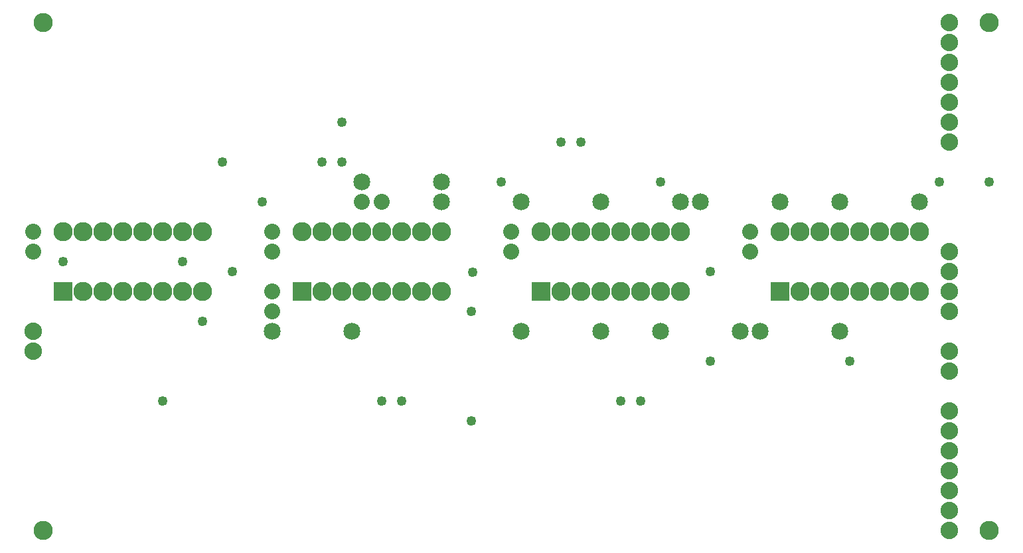
<source format=gts>
G04 MADE WITH FRITZING*
G04 WWW.FRITZING.ORG*
G04 DOUBLE SIDED*
G04 HOLES PLATED*
G04 CONTOUR ON CENTER OF CONTOUR VECTOR*
%ASAXBY*%
%FSLAX23Y23*%
%MOIN*%
%OFA0B0*%
%SFA1.0B1.0*%
%ADD10C,0.096614*%
%ADD11C,0.080000*%
%ADD12C,0.085000*%
%ADD13C,0.088000*%
%ADD14C,0.049370*%
%ADD15R,0.096614X0.096614*%
%LNMASK1*%
G90*
G70*
G54D10*
X4902Y115D03*
X4902Y2665D03*
X152Y115D03*
X152Y2665D03*
G54D11*
X1752Y1765D03*
X1852Y1765D03*
X2502Y1615D03*
X2502Y1515D03*
X1302Y1615D03*
X1302Y1515D03*
X3702Y1615D03*
X3702Y1515D03*
G54D12*
X1302Y1115D03*
X1702Y1115D03*
X2952Y1765D03*
X3352Y1765D03*
X2152Y1765D03*
X2552Y1765D03*
X1752Y1865D03*
X2152Y1865D03*
X3452Y1765D03*
X3852Y1765D03*
X4152Y1765D03*
X4552Y1765D03*
X3752Y1115D03*
X4152Y1115D03*
X3252Y1115D03*
X3652Y1115D03*
X2552Y1115D03*
X2952Y1115D03*
G54D11*
X1302Y1315D03*
X1302Y1215D03*
G54D13*
X4702Y1015D03*
X4702Y915D03*
X102Y1115D03*
X102Y1015D03*
X4702Y1515D03*
X4702Y1415D03*
X4702Y1315D03*
X4702Y1215D03*
G54D14*
X1552Y1965D03*
X1652Y1965D03*
X2852Y2065D03*
X2752Y2065D03*
X1252Y1765D03*
X2452Y1865D03*
X3252Y1865D03*
X1102Y1415D03*
X2309Y1411D03*
X3502Y1415D03*
X252Y1465D03*
X852Y1465D03*
G54D10*
X252Y1315D03*
X252Y1615D03*
X352Y1315D03*
X352Y1615D03*
X452Y1315D03*
X452Y1615D03*
X552Y1315D03*
X552Y1615D03*
X652Y1315D03*
X652Y1615D03*
X752Y1315D03*
X752Y1615D03*
X852Y1315D03*
X852Y1615D03*
X952Y1315D03*
X952Y1615D03*
X1452Y1315D03*
X1452Y1615D03*
X1552Y1315D03*
X1552Y1615D03*
X1652Y1315D03*
X1652Y1615D03*
X1752Y1315D03*
X1752Y1615D03*
X1852Y1315D03*
X1852Y1615D03*
X1952Y1315D03*
X1952Y1615D03*
X2052Y1315D03*
X2052Y1615D03*
X2152Y1315D03*
X2152Y1615D03*
X2652Y1315D03*
X2652Y1615D03*
X2752Y1315D03*
X2752Y1615D03*
X2852Y1315D03*
X2852Y1615D03*
X2952Y1315D03*
X2952Y1615D03*
X3052Y1315D03*
X3052Y1615D03*
X3152Y1315D03*
X3152Y1615D03*
X3252Y1315D03*
X3252Y1615D03*
X3352Y1315D03*
X3352Y1615D03*
X3852Y1315D03*
X3852Y1615D03*
X3952Y1315D03*
X3952Y1615D03*
X4052Y1315D03*
X4052Y1615D03*
X4152Y1315D03*
X4152Y1615D03*
X4252Y1315D03*
X4252Y1615D03*
X4352Y1315D03*
X4352Y1615D03*
X4452Y1315D03*
X4452Y1615D03*
X4552Y1315D03*
X4552Y1615D03*
G54D14*
X752Y765D03*
X952Y1165D03*
X2302Y1215D03*
X3502Y965D03*
X3152Y765D03*
X3052Y765D03*
X1952Y765D03*
X1852Y765D03*
X2302Y665D03*
X1652Y2165D03*
X4202Y965D03*
X1052Y1965D03*
X4652Y1865D03*
G54D11*
X102Y1615D03*
X102Y1515D03*
G54D14*
X4902Y1865D03*
G54D13*
X4702Y115D03*
X4702Y215D03*
X4702Y315D03*
X4702Y415D03*
X4702Y515D03*
X4702Y615D03*
X4702Y715D03*
X4702Y2665D03*
X4702Y2565D03*
X4702Y2465D03*
X4702Y2365D03*
X4702Y2265D03*
X4702Y2165D03*
X4702Y2065D03*
G54D15*
X252Y1315D03*
X1452Y1315D03*
X2652Y1315D03*
X3852Y1315D03*
G04 End of Mask1*
M02*
</source>
